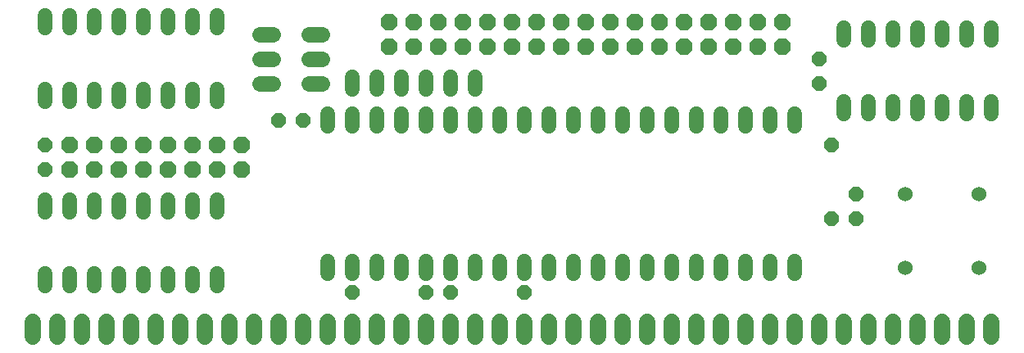
<source format=gts>
G75*
%MOIN*%
%OFA0B0*%
%FSLAX24Y24*%
%IPPOS*%
%LPD*%
%AMOC8*
5,1,8,0,0,1.08239X$1,22.5*
%
%ADD10C,0.0680*%
%ADD11OC8,0.0680*%
%ADD12OC8,0.0600*%
%ADD13C,0.0600*%
%ADD14C,0.0600*%
%ADD15C,0.0640*%
D10*
X000917Y000880D02*
X000917Y001480D01*
X001917Y001480D02*
X001917Y000880D01*
X002917Y000880D02*
X002917Y001480D01*
X003917Y001480D02*
X003917Y000880D01*
X004917Y000880D02*
X004917Y001480D01*
X005917Y001480D02*
X005917Y000880D01*
X006917Y000880D02*
X006917Y001480D01*
X007917Y001480D02*
X007917Y000880D01*
X008917Y000880D02*
X008917Y001480D01*
X009917Y001480D02*
X009917Y000880D01*
X010917Y000880D02*
X010917Y001480D01*
X011917Y001480D02*
X011917Y000880D01*
X012917Y000880D02*
X012917Y001480D01*
X013917Y001480D02*
X013917Y000880D01*
X014917Y000880D02*
X014917Y001480D01*
X015917Y001480D02*
X015917Y000880D01*
X016917Y000880D02*
X016917Y001480D01*
X017917Y001480D02*
X017917Y000880D01*
X018917Y000880D02*
X018917Y001480D01*
X019917Y001480D02*
X019917Y000880D01*
X020917Y000880D02*
X020917Y001480D01*
X021917Y001480D02*
X021917Y000880D01*
X022917Y000880D02*
X022917Y001480D01*
X023917Y001480D02*
X023917Y000880D01*
X024917Y000880D02*
X024917Y001480D01*
X025917Y001480D02*
X025917Y000880D01*
X026917Y000880D02*
X026917Y001480D01*
X027917Y001480D02*
X027917Y000880D01*
X028917Y000880D02*
X028917Y001480D01*
X029917Y001480D02*
X029917Y000880D01*
X030917Y000880D02*
X030917Y001480D01*
X031917Y001480D02*
X031917Y000880D01*
X032917Y000880D02*
X032917Y001480D01*
X033917Y001480D02*
X033917Y000880D01*
X034917Y000880D02*
X034917Y001480D01*
X035917Y001480D02*
X035917Y000880D01*
X036917Y000880D02*
X036917Y001480D01*
X037917Y001480D02*
X037917Y000880D01*
X038917Y000880D02*
X038917Y001480D01*
X039917Y001480D02*
X039917Y000880D01*
D11*
X009417Y007680D03*
X008417Y007680D03*
X007417Y007680D03*
X006417Y007680D03*
X005417Y007680D03*
X004417Y007680D03*
X003417Y007680D03*
X002417Y007680D03*
X002417Y008680D03*
X003417Y008680D03*
X004417Y008680D03*
X005417Y008680D03*
X006417Y008680D03*
X007417Y008680D03*
X008417Y008680D03*
X009417Y008680D03*
X015417Y012680D03*
X016417Y012680D03*
X017417Y012680D03*
X018417Y012680D03*
X019417Y012680D03*
X020417Y012680D03*
X021417Y012680D03*
X022417Y012680D03*
X023417Y012680D03*
X024417Y012680D03*
X025417Y012680D03*
X026417Y012680D03*
X027417Y012680D03*
X028417Y012680D03*
X029417Y012680D03*
X030417Y012680D03*
X031417Y012680D03*
X031417Y013680D03*
X030417Y013680D03*
X029417Y013680D03*
X028417Y013680D03*
X027417Y013680D03*
X026417Y013680D03*
X025417Y013680D03*
X024417Y013680D03*
X023417Y013680D03*
X022417Y013680D03*
X021417Y013680D03*
X020417Y013680D03*
X019417Y013680D03*
X018417Y013680D03*
X017417Y013680D03*
X016417Y013680D03*
X015417Y013680D03*
D12*
X011917Y009680D03*
X010917Y009680D03*
X001417Y008680D03*
X001417Y007680D03*
X013917Y002680D03*
X016917Y002680D03*
X017917Y002680D03*
X020917Y002680D03*
X033417Y005680D03*
X034417Y005680D03*
X034417Y006680D03*
X033417Y008680D03*
X032917Y011180D03*
X032917Y012180D03*
D13*
X033917Y012920D02*
X033917Y013440D01*
X034917Y013440D02*
X034917Y012920D01*
X035917Y012920D02*
X035917Y013440D01*
X036917Y013440D02*
X036917Y012920D01*
X037917Y012920D02*
X037917Y013440D01*
X038917Y013440D02*
X038917Y012920D01*
X039917Y012920D02*
X039917Y013440D01*
X039917Y010440D02*
X039917Y009920D01*
X038917Y009920D02*
X038917Y010440D01*
X037917Y010440D02*
X037917Y009920D01*
X036917Y009920D02*
X036917Y010440D01*
X035917Y010440D02*
X035917Y009920D01*
X034917Y009920D02*
X034917Y010440D01*
X033917Y010440D02*
X033917Y009920D01*
X031917Y009940D02*
X031917Y009420D01*
X030917Y009420D02*
X030917Y009940D01*
X029917Y009940D02*
X029917Y009420D01*
X028917Y009420D02*
X028917Y009940D01*
X027917Y009940D02*
X027917Y009420D01*
X026917Y009420D02*
X026917Y009940D01*
X025917Y009940D02*
X025917Y009420D01*
X024917Y009420D02*
X024917Y009940D01*
X023917Y009940D02*
X023917Y009420D01*
X022917Y009420D02*
X022917Y009940D01*
X021917Y009940D02*
X021917Y009420D01*
X020917Y009420D02*
X020917Y009940D01*
X019917Y009940D02*
X019917Y009420D01*
X018917Y009420D02*
X018917Y009940D01*
X017917Y009940D02*
X017917Y009420D01*
X016917Y009420D02*
X016917Y009940D01*
X015917Y009940D02*
X015917Y009420D01*
X014917Y009420D02*
X014917Y009940D01*
X013917Y009940D02*
X013917Y009420D01*
X012917Y009420D02*
X012917Y009940D01*
X013917Y010920D02*
X013917Y011440D01*
X014917Y011440D02*
X014917Y010920D01*
X015917Y010920D02*
X015917Y011440D01*
X016917Y011440D02*
X016917Y010920D01*
X017917Y010920D02*
X017917Y011440D01*
X018917Y011440D02*
X018917Y010920D01*
X008417Y010940D02*
X008417Y010420D01*
X007417Y010420D02*
X007417Y010940D01*
X006417Y010940D02*
X006417Y010420D01*
X005417Y010420D02*
X005417Y010940D01*
X004417Y010940D02*
X004417Y010420D01*
X003417Y010420D02*
X003417Y010940D01*
X002417Y010940D02*
X002417Y010420D01*
X001417Y010420D02*
X001417Y010940D01*
X001417Y013420D02*
X001417Y013940D01*
X002417Y013940D02*
X002417Y013420D01*
X003417Y013420D02*
X003417Y013940D01*
X004417Y013940D02*
X004417Y013420D01*
X005417Y013420D02*
X005417Y013940D01*
X006417Y013940D02*
X006417Y013420D01*
X007417Y013420D02*
X007417Y013940D01*
X008417Y013940D02*
X008417Y013420D01*
X008417Y006440D02*
X008417Y005920D01*
X007417Y005920D02*
X007417Y006440D01*
X006417Y006440D02*
X006417Y005920D01*
X005417Y005920D02*
X005417Y006440D01*
X004417Y006440D02*
X004417Y005920D01*
X003417Y005920D02*
X003417Y006440D01*
X002417Y006440D02*
X002417Y005920D01*
X001417Y005920D02*
X001417Y006440D01*
X001417Y003440D02*
X001417Y002920D01*
X002417Y002920D02*
X002417Y003440D01*
X003417Y003440D02*
X003417Y002920D01*
X004417Y002920D02*
X004417Y003440D01*
X005417Y003440D02*
X005417Y002920D01*
X006417Y002920D02*
X006417Y003440D01*
X007417Y003440D02*
X007417Y002920D01*
X008417Y002920D02*
X008417Y003440D01*
X012917Y003420D02*
X012917Y003940D01*
X013917Y003940D02*
X013917Y003420D01*
X014917Y003420D02*
X014917Y003940D01*
X015917Y003940D02*
X015917Y003420D01*
X016917Y003420D02*
X016917Y003940D01*
X017917Y003940D02*
X017917Y003420D01*
X018917Y003420D02*
X018917Y003940D01*
X019917Y003940D02*
X019917Y003420D01*
X020917Y003420D02*
X020917Y003940D01*
X021917Y003940D02*
X021917Y003420D01*
X022917Y003420D02*
X022917Y003940D01*
X023917Y003940D02*
X023917Y003420D01*
X024917Y003420D02*
X024917Y003940D01*
X025917Y003940D02*
X025917Y003420D01*
X026917Y003420D02*
X026917Y003940D01*
X027917Y003940D02*
X027917Y003420D01*
X028917Y003420D02*
X028917Y003940D01*
X029917Y003940D02*
X029917Y003420D01*
X030917Y003420D02*
X030917Y003940D01*
X031917Y003940D02*
X031917Y003420D01*
D14*
X036417Y003680D03*
X039417Y003680D03*
X039417Y006680D03*
X036417Y006680D03*
D15*
X012697Y011180D02*
X012137Y011180D01*
X010697Y011180D02*
X010137Y011180D01*
X010137Y012180D02*
X010697Y012180D01*
X012137Y012180D02*
X012697Y012180D01*
X012697Y013180D02*
X012137Y013180D01*
X010697Y013180D02*
X010137Y013180D01*
M02*

</source>
